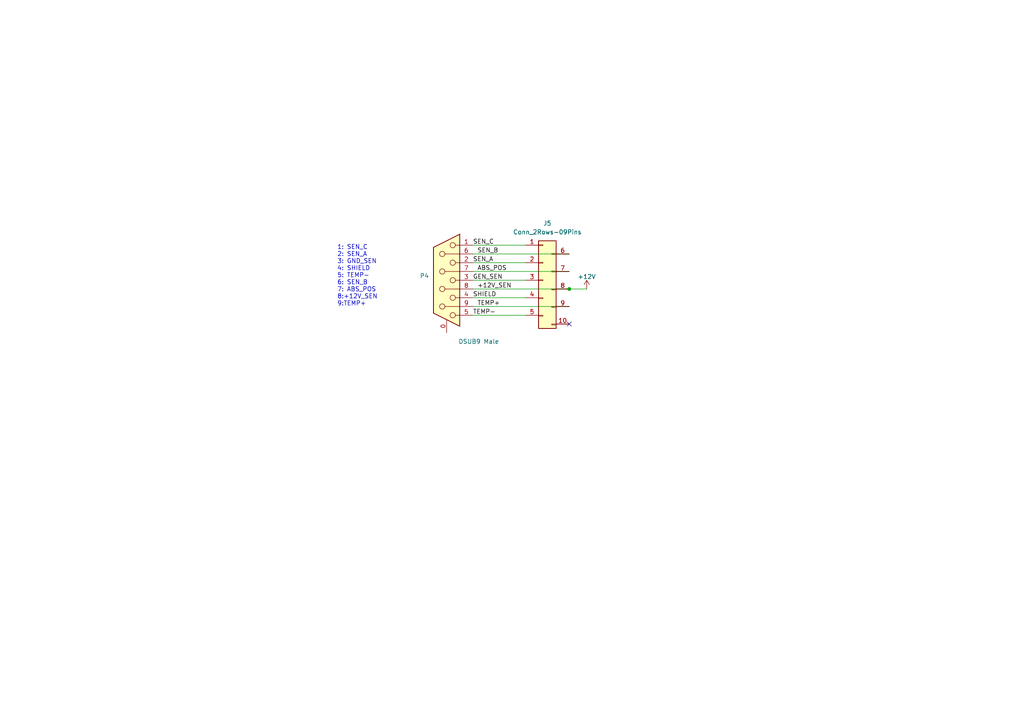
<source format=kicad_sch>
(kicad_sch (version 20230121) (generator eeschema)

  (uuid 105f448c-cc44-46f7-8e84-435fd9b748b1)

  (paper "A4")

  (lib_symbols
    (symbol "Connector:DE9_Receptacle_MountingHoles" (pin_names (offset 1.016) hide) (in_bom yes) (on_board yes)
      (property "Reference" "J" (at 0 16.51 0)
        (effects (font (size 1.27 1.27)))
      )
      (property "Value" "DE9_Receptacle_MountingHoles" (at 0 14.605 0)
        (effects (font (size 1.27 1.27)))
      )
      (property "Footprint" "" (at 0 0 0)
        (effects (font (size 1.27 1.27)) hide)
      )
      (property "Datasheet" " ~" (at 0 0 0)
        (effects (font (size 1.27 1.27)) hide)
      )
      (property "ki_keywords" "connector receptacle female D-SUB DB9" (at 0 0 0)
        (effects (font (size 1.27 1.27)) hide)
      )
      (property "ki_description" "9-pin female receptacle socket D-SUB connector, Mounting Hole" (at 0 0 0)
        (effects (font (size 1.27 1.27)) hide)
      )
      (property "ki_fp_filters" "DSUB*Female*" (at 0 0 0)
        (effects (font (size 1.27 1.27)) hide)
      )
      (symbol "DE9_Receptacle_MountingHoles_0_1"
        (circle (center -1.778 -10.16) (radius 0.762)
          (stroke (width 0) (type default))
          (fill (type none))
        )
        (circle (center -1.778 -5.08) (radius 0.762)
          (stroke (width 0) (type default))
          (fill (type none))
        )
        (circle (center -1.778 0) (radius 0.762)
          (stroke (width 0) (type default))
          (fill (type none))
        )
        (circle (center -1.778 5.08) (radius 0.762)
          (stroke (width 0) (type default))
          (fill (type none))
        )
        (circle (center -1.778 10.16) (radius 0.762)
          (stroke (width 0) (type default))
          (fill (type none))
        )
        (polyline
          (pts
            (xy -3.81 -10.16)
            (xy -2.54 -10.16)
          )
          (stroke (width 0) (type default))
          (fill (type none))
        )
        (polyline
          (pts
            (xy -3.81 -7.62)
            (xy 0.508 -7.62)
          )
          (stroke (width 0) (type default))
          (fill (type none))
        )
        (polyline
          (pts
            (xy -3.81 -5.08)
            (xy -2.54 -5.08)
          )
          (stroke (width 0) (type default))
          (fill (type none))
        )
        (polyline
          (pts
            (xy -3.81 -2.54)
            (xy 0.508 -2.54)
          )
          (stroke (width 0) (type default))
          (fill (type none))
        )
        (polyline
          (pts
            (xy -3.81 0)
            (xy -2.54 0)
          )
          (stroke (width 0) (type default))
          (fill (type none))
        )
        (polyline
          (pts
            (xy -3.81 2.54)
            (xy 0.508 2.54)
          )
          (stroke (width 0) (type default))
          (fill (type none))
        )
        (polyline
          (pts
            (xy -3.81 5.08)
            (xy -2.54 5.08)
          )
          (stroke (width 0) (type default))
          (fill (type none))
        )
        (polyline
          (pts
            (xy -3.81 7.62)
            (xy 0.508 7.62)
          )
          (stroke (width 0) (type default))
          (fill (type none))
        )
        (polyline
          (pts
            (xy -3.81 10.16)
            (xy -2.54 10.16)
          )
          (stroke (width 0) (type default))
          (fill (type none))
        )
        (polyline
          (pts
            (xy -3.81 13.335)
            (xy -3.81 -13.335)
            (xy 3.81 -9.525)
            (xy 3.81 9.525)
            (xy -3.81 13.335)
          )
          (stroke (width 0.254) (type default))
          (fill (type background))
        )
        (circle (center 1.27 -7.62) (radius 0.762)
          (stroke (width 0) (type default))
          (fill (type none))
        )
        (circle (center 1.27 -2.54) (radius 0.762)
          (stroke (width 0) (type default))
          (fill (type none))
        )
        (circle (center 1.27 2.54) (radius 0.762)
          (stroke (width 0) (type default))
          (fill (type none))
        )
        (circle (center 1.27 7.62) (radius 0.762)
          (stroke (width 0) (type default))
          (fill (type none))
        )
      )
      (symbol "DE9_Receptacle_MountingHoles_1_1"
        (pin passive line (at 0 -15.24 90) (length 3.81)
          (name "PAD" (effects (font (size 1.27 1.27))))
          (number "0" (effects (font (size 1.27 1.27))))
        )
        (pin passive line (at -7.62 10.16 0) (length 3.81)
          (name "1" (effects (font (size 1.27 1.27))))
          (number "1" (effects (font (size 1.27 1.27))))
        )
        (pin passive line (at -7.62 5.08 0) (length 3.81)
          (name "2" (effects (font (size 1.27 1.27))))
          (number "2" (effects (font (size 1.27 1.27))))
        )
        (pin passive line (at -7.62 0 0) (length 3.81)
          (name "3" (effects (font (size 1.27 1.27))))
          (number "3" (effects (font (size 1.27 1.27))))
        )
        (pin passive line (at -7.62 -5.08 0) (length 3.81)
          (name "4" (effects (font (size 1.27 1.27))))
          (number "4" (effects (font (size 1.27 1.27))))
        )
        (pin passive line (at -7.62 -10.16 0) (length 3.81)
          (name "5" (effects (font (size 1.27 1.27))))
          (number "5" (effects (font (size 1.27 1.27))))
        )
        (pin passive line (at -7.62 7.62 0) (length 3.81)
          (name "6" (effects (font (size 1.27 1.27))))
          (number "6" (effects (font (size 1.27 1.27))))
        )
        (pin passive line (at -7.62 2.54 0) (length 3.81)
          (name "7" (effects (font (size 1.27 1.27))))
          (number "7" (effects (font (size 1.27 1.27))))
        )
        (pin passive line (at -7.62 -2.54 0) (length 3.81)
          (name "8" (effects (font (size 1.27 1.27))))
          (number "8" (effects (font (size 1.27 1.27))))
        )
        (pin passive line (at -7.62 -7.62 0) (length 3.81)
          (name "9" (effects (font (size 1.27 1.27))))
          (number "9" (effects (font (size 1.27 1.27))))
        )
      )
    )
    (symbol "Connector_Generic:Conn_2Rows-09Pins_DSUB" (pin_names (offset 1.016) hide) (in_bom yes) (on_board yes)
      (property "Reference" "J" (at 0 7.62 0)
        (effects (font (size 1.27 1.27)))
      )
      (property "Value" "Conn_2Rows-09Pins" (at 0 -7.62 0)
        (effects (font (size 1.27 1.27)))
      )
      (property "Footprint" "Connector_PinSocket_2.54mm:PinSocket_2x05_P2.54mm_Vertical" (at -1.27 0 0)
        (effects (font (size 1.27 1.27)) hide)
      )
      (property "Datasheet" "~" (at -1.27 0 0)
        (effects (font (size 1.27 1.27)) hide)
      )
      (property "ki_keywords" "connector" (at 0 0 0)
        (effects (font (size 1.27 1.27)) hide)
      )
      (property "ki_description" "Generic connector, double row, 09 pins, odd/even pin numbering scheme (row 1 odd numbers, row 2 even numbers), script generated (kicad-library-utils/schlib/autogen/connector/)" (at 0 0 0)
        (effects (font (size 1.27 1.27)) hide)
      )
      (property "ki_fp_filters" "Connector*:*2Rows*Pins__* *FCC*2Rows*Pins__*" (at 0 0 0)
        (effects (font (size 1.27 1.27)) hide)
      )
      (symbol "Conn_2Rows-09Pins_DSUB_1_1"
        (rectangle (start -2.54 -15.24) (end -1.27 -15.494)
          (stroke (width 0.1524) (type default))
          (fill (type none))
        )
        (rectangle (start -2.54 -10.16) (end -1.27 -10.414)
          (stroke (width 0.1524) (type default))
          (fill (type none))
        )
        (rectangle (start -2.54 -4.953) (end -1.27 -5.207)
          (stroke (width 0.1524) (type default))
          (fill (type none))
        )
        (rectangle (start -2.54 0.127) (end -1.27 -0.127)
          (stroke (width 0.1524) (type default))
          (fill (type none))
        )
        (rectangle (start -2.54 5.207) (end -1.27 4.953)
          (stroke (width 0.1524) (type default))
          (fill (type none))
        )
        (rectangle (start -2.54 6.35) (end 2.54 -19.05)
          (stroke (width 0.254) (type default))
          (fill (type background))
        )
        (rectangle (start 1.27 -17.78) (end 2.54 -18.034)
          (stroke (width 0.1524) (type default))
          (fill (type none))
        )
        (rectangle (start 1.27 -12.7) (end 2.54 -12.954)
          (stroke (width 0.1524) (type default))
          (fill (type none))
        )
        (rectangle (start 1.27 -7.62) (end 2.54 -7.874)
          (stroke (width 0.1524) (type default))
          (fill (type none))
        )
        (rectangle (start 2.54 -2.413) (end 1.27 -2.667)
          (stroke (width 0.1524) (type default))
          (fill (type none))
        )
        (rectangle (start 2.54 2.667) (end 1.27 2.413)
          (stroke (width 0.1524) (type default))
          (fill (type none))
        )
        (pin passive line (at -6.35 5.08 0) (length 3.81)
          (name "Pin_1" (effects (font (size 1.27 1.27))))
          (number "1" (effects (font (size 1.27 1.27))))
        )
        (pin passive line (at 6.35 -17.78 180) (length 3.81)
          (name "Pin_10" (effects (font (size 1.27 1.27))))
          (number "10" (effects (font (size 1.27 1.27))))
        )
        (pin passive line (at -6.35 0 0) (length 3.81)
          (name "Pin_2" (effects (font (size 1.27 1.27))))
          (number "2" (effects (font (size 1.27 1.27))))
        )
        (pin passive line (at -6.35 -5.08 0) (length 3.81)
          (name "Pin_3" (effects (font (size 1.27 1.27))))
          (number "3" (effects (font (size 1.27 1.27))))
        )
        (pin passive line (at -6.35 -10.16 0) (length 3.81)
          (name "Pin_4" (effects (font (size 1.27 1.27))))
          (number "4" (effects (font (size 1.27 1.27))))
        )
        (pin passive line (at -6.35 -15.24 0) (length 3.81)
          (name "Pin_5" (effects (font (size 1.27 1.27))))
          (number "5" (effects (font (size 1.27 1.27))))
        )
        (pin passive line (at 6.35 2.54 180) (length 3.81)
          (name "Pin_6" (effects (font (size 1.27 1.27))))
          (number "6" (effects (font (size 1.27 1.27))))
        )
        (pin passive line (at 6.35 -2.54 180) (length 3.81)
          (name "Pin_7" (effects (font (size 1.27 1.27))))
          (number "7" (effects (font (size 1.27 1.27))))
        )
        (pin passive line (at 6.35 -7.62 180) (length 3.81)
          (name "Pin_8" (effects (font (size 1.27 1.27))))
          (number "8" (effects (font (size 1.27 1.27))))
        )
        (pin passive line (at 6.35 -12.7 180) (length 3.81)
          (name "Pin_9" (effects (font (size 1.27 1.27))))
          (number "9" (effects (font (size 1.27 1.27))))
        )
      )
    )
    (symbol "power:+12V" (power) (pin_names (offset 0)) (in_bom yes) (on_board yes)
      (property "Reference" "#PWR" (at 0 -3.81 0)
        (effects (font (size 1.27 1.27)) hide)
      )
      (property "Value" "+12V" (at 0 3.556 0)
        (effects (font (size 1.27 1.27)))
      )
      (property "Footprint" "" (at 0 0 0)
        (effects (font (size 1.27 1.27)) hide)
      )
      (property "Datasheet" "" (at 0 0 0)
        (effects (font (size 1.27 1.27)) hide)
      )
      (property "ki_keywords" "global power" (at 0 0 0)
        (effects (font (size 1.27 1.27)) hide)
      )
      (property "ki_description" "Power symbol creates a global label with name \"+12V\"" (at 0 0 0)
        (effects (font (size 1.27 1.27)) hide)
      )
      (symbol "+12V_0_1"
        (polyline
          (pts
            (xy -0.762 1.27)
            (xy 0 2.54)
          )
          (stroke (width 0) (type default))
          (fill (type none))
        )
        (polyline
          (pts
            (xy 0 0)
            (xy 0 2.54)
          )
          (stroke (width 0) (type default))
          (fill (type none))
        )
        (polyline
          (pts
            (xy 0 2.54)
            (xy 0.762 1.27)
          )
          (stroke (width 0) (type default))
          (fill (type none))
        )
      )
      (symbol "+12V_1_1"
        (pin power_in line (at 0 0 90) (length 0) hide
          (name "+12V" (effects (font (size 1.27 1.27))))
          (number "1" (effects (font (size 1.27 1.27))))
        )
      )
    )
  )

  (junction (at 165.1 83.82) (diameter 0) (color 0 0 0 0)
    (uuid f87a3a37-7e27-4fe9-a796-7856adeb2dbe)
  )

  (no_connect (at 165.1 93.98) (uuid ef3937cd-8d0a-4de1-ba4d-4008e1672aec))

  (wire (pts (xy 137.16 73.66) (xy 165.1 73.66))
    (stroke (width 0) (type default))
    (uuid 1be43c7e-3725-40fb-96c4-db991f88bbb4)
  )
  (wire (pts (xy 137.16 81.28) (xy 152.4 81.28))
    (stroke (width 0) (type default))
    (uuid 4bd8feb7-0e75-486e-99f0-b91fd49a6131)
  )
  (wire (pts (xy 137.16 91.44) (xy 152.4 91.44))
    (stroke (width 0) (type default))
    (uuid 5d39b865-7de7-4dc1-aae6-805aeadbecf2)
  )
  (wire (pts (xy 137.16 78.74) (xy 165.1 78.74))
    (stroke (width 0) (type default))
    (uuid 6402e96e-cef2-418d-b772-2fc27aff189e)
  )
  (wire (pts (xy 137.16 76.2) (xy 152.4 76.2))
    (stroke (width 0) (type default))
    (uuid aef52ca4-a69f-4863-b3c8-55e0c21754f9)
  )
  (wire (pts (xy 137.16 88.9) (xy 165.1 88.9))
    (stroke (width 0) (type default))
    (uuid d1549f7d-3dc5-404f-80dd-c6311647c9b0)
  )
  (wire (pts (xy 165.1 83.82) (xy 170.18 83.82))
    (stroke (width 0) (type default))
    (uuid d5ccfb0f-3a4d-4de1-adf3-6f9c68ea4196)
  )
  (wire (pts (xy 137.16 86.36) (xy 152.4 86.36))
    (stroke (width 0) (type default))
    (uuid eddadf7f-b01e-41ef-a596-d0cb14d09865)
  )
  (wire (pts (xy 137.16 71.12) (xy 152.4 71.12))
    (stroke (width 0) (type default))
    (uuid f25ce7d9-0b88-4c18-a8da-84c2612d6ba0)
  )
  (wire (pts (xy 137.16 83.82) (xy 165.1 83.82))
    (stroke (width 0) (type default))
    (uuid f6513868-244d-4b13-a07d-832a273a5f46)
  )

  (text "1: SEN_C\n2: SEN_A\n3: GND_SEN\n4: SHIELD\n5: TEMP-\n6: SEN_B\n7: ABS_POS\n8:+12V_SEN\n9:TEMP+"
    (at 97.79 88.9 0)
    (effects (font (size 1.27 1.27)) (justify left bottom))
    (uuid 883d167d-bd60-458f-b6e4-57c289f5afad)
  )

  (label "SEN_B" (at 138.43 73.66 0) (fields_autoplaced)
    (effects (font (size 1.27 1.27)) (justify left bottom))
    (uuid 020ae211-f486-4aba-b526-4fa81cfae540)
  )
  (label "+12V_SEN" (at 138.43 83.82 0) (fields_autoplaced)
    (effects (font (size 1.27 1.27)) (justify left bottom))
    (uuid 76058108-5fd9-4475-9954-084d9496ac97)
  )
  (label "ABS_POS" (at 138.43 78.74 0) (fields_autoplaced)
    (effects (font (size 1.27 1.27)) (justify left bottom))
    (uuid 7f4412a7-6b52-479d-98fe-2f96995faa8d)
  )
  (label "SEN_C" (at 137.16 71.12 0) (fields_autoplaced)
    (effects (font (size 1.27 1.27)) (justify left bottom))
    (uuid 974bec9f-813f-46a1-9c1b-ea28f8f7baaf)
  )
  (label "TEMP+" (at 138.43 88.9 0) (fields_autoplaced)
    (effects (font (size 1.27 1.27)) (justify left bottom))
    (uuid 9824093b-7b3a-45dd-92a9-2316eca1373a)
  )
  (label "TEMP-" (at 137.16 91.44 0) (fields_autoplaced)
    (effects (font (size 1.27 1.27)) (justify left bottom))
    (uuid a184d429-9645-4f29-80d2-84e93a369cfa)
  )
  (label "GEN_SEN" (at 137.16 81.28 0) (fields_autoplaced)
    (effects (font (size 1.27 1.27)) (justify left bottom))
    (uuid b733eefa-7e8b-4bb7-9bc1-ea05233b7801)
  )
  (label "SHIELD" (at 137.16 86.36 0) (fields_autoplaced)
    (effects (font (size 1.27 1.27)) (justify left bottom))
    (uuid c9f1da6e-c70d-4780-84e7-651e4d1e24c0)
  )
  (label "SEN_A" (at 137.16 76.2 0) (fields_autoplaced)
    (effects (font (size 1.27 1.27)) (justify left bottom))
    (uuid f03c8dbe-1e73-41d4-9fd7-8ad88c9c6008)
  )

  (symbol (lib_id "Connector_Generic:Conn_2Rows-09Pins_DSUB") (at 158.75 76.2 0) (unit 1)
    (in_bom yes) (on_board yes) (dnp no)
    (uuid 720e3490-1ffd-4288-9b9e-05635a7a5fad)
    (property "Reference" "J5" (at 158.75 64.77 0)
      (effects (font (size 1.27 1.27)))
    )
    (property "Value" "Conn_2Rows-09Pins" (at 158.75 67.31 0)
      (effects (font (size 1.27 1.27)))
    )
    (property "Footprint" "Connector_PinSocket_2.54mm:PinSocket_2x05_P2.54mm_Row" (at 157.48 76.2 0)
      (effects (font (size 1.27 1.27)) hide)
    )
    (property "Datasheet" "~" (at 157.48 76.2 0)
      (effects (font (size 1.27 1.27)) hide)
    )
    (pin "7" (uuid 234ac3bf-d629-4fea-88d9-09769e192fea))
    (pin "1" (uuid 4ce10c1e-6961-4e4e-9ce6-df127a3e1299))
    (pin "3" (uuid 8c91d9ee-4fa3-482e-99e6-2eda88fb379a))
    (pin "6" (uuid 8f9172c0-5f5a-42b8-be01-e8bbf9a33829))
    (pin "5" (uuid 97fe0a8f-4ec9-415f-b77d-5b3a18400193))
    (pin "8" (uuid 9d452617-fd8f-4857-843f-47028734c3a3))
    (pin "9" (uuid 45d17b64-9a80-4cdf-9844-79c842127328))
    (pin "4" (uuid 04c7d8eb-a407-4e3b-8cc3-f3f7ad3043ac))
    (pin "2" (uuid e6ad432f-db90-46ed-bdeb-cc8deda002c1))
    (pin "10" (uuid 872aa442-ddb4-46c1-838c-77afdabdcb5e))
    (instances
      (project "P4_DSUB9_Male_V0"
        (path "/105f448c-cc44-46f7-8e84-435fd9b748b1"
          (reference "J5") (unit 1)
        )
      )
    )
  )

  (symbol (lib_id "Connector:DE9_Receptacle_MountingHoles") (at 129.54 81.28 0) (mirror y) (unit 1)
    (in_bom yes) (on_board yes) (dnp no)
    (uuid 869dffe7-d91e-40e5-8bdd-a07971b687ba)
    (property "Reference" "P4" (at 124.46 80.01 0)
      (effects (font (size 1.27 1.27)) (justify left))
    )
    (property "Value" "DSUB9 Male" (at 144.78 99.06 0)
      (effects (font (size 1.27 1.27)) (justify left))
    )
    (property "Footprint" "Connector_Dsub:DSUB-9_Male_Calendar_P2.77x2.84mm_MountingHoles3.1mm_24.99" (at 129.54 81.28 0)
      (effects (font (size 1.27 1.27)) hide)
    )
    (property "Datasheet" "https://cdn.amphenol-cs.com/media/wysiwyg/files/documentation/datasheet/inputoutput/io_dsub_brochure.pdf" (at 129.54 81.28 0)
      (effects (font (size 1.27 1.27)) hide)
    )
    (property "Description" "9 Position D-Sub Plug, Male Pins Connector" (at 129.54 81.28 0)
      (effects (font (size 1.27 1.27)) hide)
    )
    (property "Link" "https://www.digikey.jp/en/products/detail/amphenol-icc-fci/de09p065htxlf/1540891" (at 129.54 81.28 0)
      (effects (font (size 1.27 1.27)) hide)
    )
    (property "MPN" "DE09P065HTXLF" (at 129.54 81.28 0)
      (effects (font (size 1.27 1.27)) hide)
    )
    (pin "2" (uuid 7d081980-a67b-484d-bf10-63be86bf6a62))
    (pin "4" (uuid 0db0cfbb-01b4-48e4-943c-2081176267a6))
    (pin "8" (uuid 517d4004-6abe-42b5-a921-c47ad58dce60))
    (pin "3" (uuid 984889a6-e1d7-40c5-9caf-7105904ce62f))
    (pin "9" (uuid 91ef516e-3cb6-432c-9082-16e83995f109))
    (pin "6" (uuid 20b47b50-a9c8-4ef6-b61d-c9d94703a7be))
    (pin "1" (uuid a49eb7e9-2374-46fe-86f4-7e7ac094c896))
    (pin "0" (uuid d0397c9f-1819-40a2-aab1-44b59eaff363))
    (pin "5" (uuid 61b82b9a-ff9e-4d88-8610-7834e6e47d2a))
    (pin "7" (uuid 6cc0b76b-7094-45bd-822f-31c03fc41113))
    (instances
      (project "P4_DSUB9_Male_V0"
        (path "/105f448c-cc44-46f7-8e84-435fd9b748b1"
          (reference "P4") (unit 1)
        )
      )
    )
  )

  (symbol (lib_id "power:+12V") (at 170.18 83.82 0) (unit 1)
    (in_bom yes) (on_board yes) (dnp no) (fields_autoplaced)
    (uuid c7a932ab-fe39-4821-9a5c-5b3e3d053af4)
    (property "Reference" "#PWR01" (at 170.18 87.63 0)
      (effects (font (size 1.27 1.27)) hide)
    )
    (property "Value" "+12V" (at 170.18 80.264 0)
      (effects (font (size 1.27 1.27)))
    )
    (property "Footprint" "" (at 170.18 83.82 0)
      (effects (font (size 1.27 1.27)) hide)
    )
    (property "Datasheet" "" (at 170.18 83.82 0)
      (effects (font (size 1.27 1.27)) hide)
    )
    (pin "1" (uuid f413dc03-0378-4a7a-8697-80baa018c70f))
    (instances
      (project "P4_DSUB9_Male_V0"
        (path "/105f448c-cc44-46f7-8e84-435fd9b748b1"
          (reference "#PWR01") (unit 1)
        )
      )
    )
  )

  (sheet_instances
    (path "/" (page "1"))
  )
)

</source>
